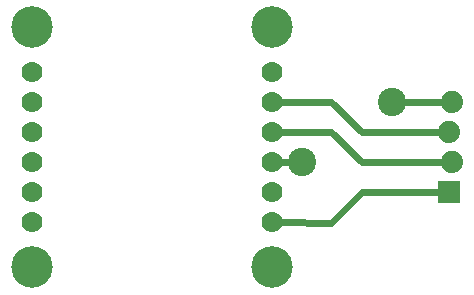
<source format=gbl>
G04 MADE WITH FRITZING*
G04 WWW.FRITZING.ORG*
G04 DOUBLE SIDED*
G04 HOLES PLATED*
G04 CONTOUR ON CENTER OF CONTOUR VECTOR*
%ASAXBY*%
%FSLAX23Y23*%
%MOIN*%
%OFA0B0*%
%SFA1.0B1.0*%
%ADD10C,0.138425*%
%ADD11C,0.070000*%
%ADD12C,0.074000*%
%ADD13C,0.094488*%
%ADD14C,0.024000*%
%ADD15R,0.001000X0.001000*%
%LNCOPPER0*%
G90*
G70*
G54D10*
X1298Y148D03*
X498Y148D03*
G54D11*
X1298Y298D03*
X1298Y398D03*
X1298Y498D03*
X1298Y598D03*
X1298Y698D03*
X1298Y798D03*
X498Y298D03*
X498Y398D03*
X498Y498D03*
G54D10*
X1298Y948D03*
G54D11*
X498Y598D03*
G54D10*
X498Y948D03*
G54D11*
X498Y698D03*
X498Y798D03*
G54D12*
X1888Y398D03*
X1898Y498D03*
X1888Y598D03*
X1898Y698D03*
G54D13*
X1698Y698D03*
X1398Y498D03*
G54D14*
X1496Y296D02*
X1599Y399D01*
D02*
X1599Y399D02*
X1857Y398D01*
D02*
X1329Y297D02*
X1496Y296D01*
D02*
X1496Y598D02*
X1329Y598D01*
D02*
X1599Y498D02*
X1496Y598D01*
D02*
X1867Y498D02*
X1599Y498D01*
D02*
X1496Y697D02*
X1599Y598D01*
D02*
X1599Y598D02*
X1857Y598D01*
D02*
X1329Y697D02*
X1496Y697D01*
D02*
X1725Y698D02*
X1867Y698D01*
D02*
X1329Y498D02*
X1371Y498D01*
G54D15*
X1851Y435D02*
X1924Y435D01*
X1851Y434D02*
X1924Y434D01*
X1851Y433D02*
X1924Y433D01*
X1851Y432D02*
X1924Y432D01*
X1851Y431D02*
X1924Y431D01*
X1851Y430D02*
X1924Y430D01*
X1851Y429D02*
X1924Y429D01*
X1851Y428D02*
X1924Y428D01*
X1851Y427D02*
X1924Y427D01*
X1851Y426D02*
X1924Y426D01*
X1851Y425D02*
X1924Y425D01*
X1851Y424D02*
X1924Y424D01*
X1851Y423D02*
X1924Y423D01*
X1851Y422D02*
X1924Y422D01*
X1851Y421D02*
X1924Y421D01*
X1851Y420D02*
X1924Y420D01*
X1851Y419D02*
X1924Y419D01*
X1851Y418D02*
X1882Y418D01*
X1893Y418D02*
X1924Y418D01*
X1851Y417D02*
X1879Y417D01*
X1896Y417D02*
X1924Y417D01*
X1851Y416D02*
X1877Y416D01*
X1898Y416D02*
X1924Y416D01*
X1851Y415D02*
X1875Y415D01*
X1899Y415D02*
X1924Y415D01*
X1851Y414D02*
X1874Y414D01*
X1901Y414D02*
X1924Y414D01*
X1851Y413D02*
X1873Y413D01*
X1902Y413D02*
X1924Y413D01*
X1851Y412D02*
X1872Y412D01*
X1903Y412D02*
X1924Y412D01*
X1851Y411D02*
X1871Y411D01*
X1903Y411D02*
X1924Y411D01*
X1851Y410D02*
X1870Y410D01*
X1904Y410D02*
X1924Y410D01*
X1851Y409D02*
X1870Y409D01*
X1905Y409D02*
X1924Y409D01*
X1851Y408D02*
X1869Y408D01*
X1905Y408D02*
X1924Y408D01*
X1851Y407D02*
X1869Y407D01*
X1906Y407D02*
X1924Y407D01*
X1851Y406D02*
X1868Y406D01*
X1906Y406D02*
X1924Y406D01*
X1851Y405D02*
X1868Y405D01*
X1907Y405D02*
X1924Y405D01*
X1851Y404D02*
X1868Y404D01*
X1907Y404D02*
X1924Y404D01*
X1851Y403D02*
X1867Y403D01*
X1907Y403D02*
X1924Y403D01*
X1851Y402D02*
X1867Y402D01*
X1907Y402D02*
X1924Y402D01*
X1851Y401D02*
X1867Y401D01*
X1908Y401D02*
X1924Y401D01*
X1851Y400D02*
X1867Y400D01*
X1908Y400D02*
X1924Y400D01*
X1851Y399D02*
X1867Y399D01*
X1908Y399D02*
X1924Y399D01*
X1851Y398D02*
X1867Y398D01*
X1908Y398D02*
X1924Y398D01*
X1851Y397D02*
X1867Y397D01*
X1908Y397D02*
X1924Y397D01*
X1851Y396D02*
X1867Y396D01*
X1907Y396D02*
X1924Y396D01*
X1851Y395D02*
X1867Y395D01*
X1907Y395D02*
X1924Y395D01*
X1851Y394D02*
X1867Y394D01*
X1907Y394D02*
X1924Y394D01*
X1851Y393D02*
X1868Y393D01*
X1907Y393D02*
X1924Y393D01*
X1851Y392D02*
X1868Y392D01*
X1906Y392D02*
X1924Y392D01*
X1851Y391D02*
X1868Y391D01*
X1906Y391D02*
X1924Y391D01*
X1851Y390D02*
X1869Y390D01*
X1906Y390D02*
X1924Y390D01*
X1851Y389D02*
X1869Y389D01*
X1905Y389D02*
X1924Y389D01*
X1851Y388D02*
X1870Y388D01*
X1905Y388D02*
X1924Y388D01*
X1851Y387D02*
X1871Y387D01*
X1904Y387D02*
X1924Y387D01*
X1851Y386D02*
X1871Y386D01*
X1903Y386D02*
X1924Y386D01*
X1851Y385D02*
X1872Y385D01*
X1902Y385D02*
X1924Y385D01*
X1851Y384D02*
X1873Y384D01*
X1901Y384D02*
X1924Y384D01*
X1851Y383D02*
X1875Y383D01*
X1900Y383D02*
X1924Y383D01*
X1851Y382D02*
X1876Y382D01*
X1899Y382D02*
X1924Y382D01*
X1851Y381D02*
X1878Y381D01*
X1897Y381D02*
X1924Y381D01*
X1851Y380D02*
X1880Y380D01*
X1894Y380D02*
X1924Y380D01*
X1851Y379D02*
X1884Y379D01*
X1890Y379D02*
X1924Y379D01*
X1851Y378D02*
X1924Y378D01*
X1851Y377D02*
X1924Y377D01*
X1851Y376D02*
X1924Y376D01*
X1851Y375D02*
X1924Y375D01*
X1851Y374D02*
X1924Y374D01*
X1851Y373D02*
X1924Y373D01*
X1851Y372D02*
X1924Y372D01*
X1851Y371D02*
X1924Y371D01*
X1851Y370D02*
X1924Y370D01*
X1851Y369D02*
X1924Y369D01*
X1851Y368D02*
X1924Y368D01*
X1851Y367D02*
X1924Y367D01*
X1851Y366D02*
X1924Y366D01*
X1851Y365D02*
X1924Y365D01*
X1851Y364D02*
X1924Y364D01*
X1851Y363D02*
X1924Y363D01*
X1851Y362D02*
X1924Y362D01*
D02*
G04 End of Copper0*
M02*
</source>
